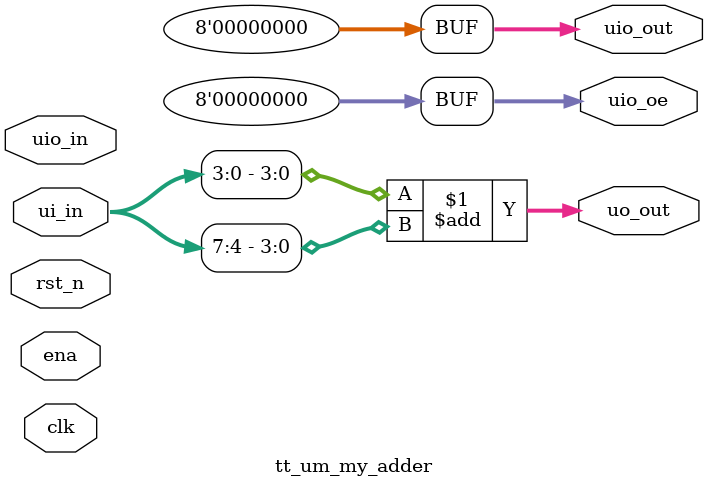
<source format=v>
/*
 * Copyright (c) 2024 Your Name
 * SPDX-License-Identifier: Apache-2.0
 */


`default_nettype none

module tt_um_my_adder (  
    input  wire [7:0] ui_in,    
    output wire [7:0] uo_out,   
    input  wire [7:0] uio_in,   
    output wire [7:0] uio_out,  
    output wire [7:0] uio_oe,   
    input  wire       ena,      
    input  wire       clk,      
    input  wire       rst_n     
);

  assign uo_out = ui_in[3:0] + ui_in[7:4];  

  assign uio_out = 8'b00000000;
  assign uio_oe  = 8'b00000000;

  wire _unused = &{ena, clk, rst_n};

endmodule

</source>
